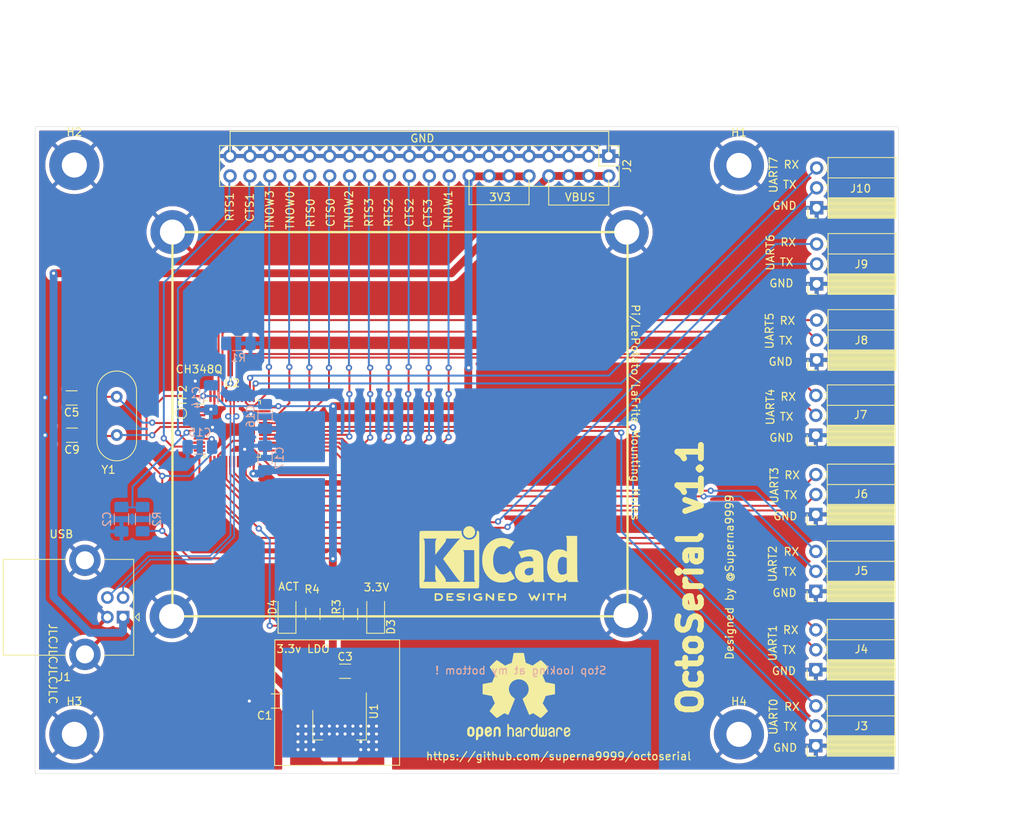
<source format=kicad_pcb>
(kicad_pcb (version 20211014) (generator pcbnew)
  (layers (0 "F.Cu" signal) (31 "B.Cu" signal) (34 "B.Paste" user) (35 "F.Paste" user) (36 "B.SilkS" user "B.Silkscreen") (37 "F.SilkS" user "F.Silkscreen") (38 "B.Mask" user) (39 "F.Mask" user) (44 "Edge.Cuts" user))
  (net 0 "")
  (net 1 "GND")
  (net 2 "VBUS")
  (net 3 "+3V3")
  (net 4 "Net-(C5-Pad1)")
  (net 5 "Net-(C9-Pad1)")
  (net 6 "/D-")
  (net 7 "/D+")
  (net 8 "/RX3")
  (net 9 "/TX3")
  (net 10 "/RX2")
  (net 11 "/TX2")
  (net 12 "/RX1")
  (net 13 "/TX1")
  (net 14 "/RX0")
  (net 15 "/TX0")
  (net 16 "/RESET")
  (net 17 "/RX4")
  (net 18 "/TX4")
  (net 19 "/RX5")
  (net 20 "/TX5")
  (net 21 "/RX6")
  (net 22 "/TX6")
  (net 23 "/RX7")
  (net 24 "/TX7")
  (net 25 "Net-(R1-Pad1)")
  (net 30 "Net-(D3-Pad2)")
  (net 31 "Net-(D4-Pad2)")
  (net 32 "/ACT")
  (net 33 "/TNOW3")
  (net 34 "/TNOW0")
  (net 35 "/RTS0")
  (net 36 "/CTS0")
  (net 37 "/TNOW2")
  (net 38 "/RTS3")
  (net 39 "/RTS2")
  (net 40 "/CTS3")
  (net 41 "/CTS2")
  (net 42 "/TNOW1")
  (net 43 "/RTS1")
  (net 44 "/CTS1")
  (net 45 "Net-(TP2-Pad1)")
  (footprint "Capacitor_SMD:C_1206_3216Metric_Pad1.33x1.80mm_HandSolder" (layer "F.Cu") (at 73.3 109.8 180)
    (fp_text reference "C1")
    (fp_text value "10uF")
  )
  (footprint "Capacitor_SMD:C_1206_3216Metric_Pad1.33x1.80mm_HandSolder" (layer "F.Cu") (at 82 106)
    (fp_text reference "C3")
    (fp_text value "10uF")
  )
  (footprint "Connector_PinSocket_2.54mm:PinSocket_1x03_P2.54mm_Horizontal" (layer "F.Cu") (at 142 86 180)
    (fp_text reference "J6")
    (fp_text value "Conn_01x03_Male")
  )
  (footprint "Package_TO_SOT_SMD:SOT-223-3_TabPin2" (layer "F.Cu") (at 81.3 112.85 -90)
    (fp_text reference "U1")
    (fp_text value "AMS1117-3.3")
  )
  (footprint "Crystal:Crystal_HC49-4H_Vertical" (layer "F.Cu") (at 52.9 71 -90)
    (fp_text reference "Y1")
    (fp_text value "8MHz")
  )
  (footprint "MountingHole:MountingHole_3.2mm_M3_Pad" (layer "F.Cu") (at 47.5 41.45)
    (fp_text reference "H2")
    (fp_text value "MountingHole_Pad")
  )
  (footprint "MountingHole:MountingHole_3.2mm_M3_Pad" (layer "F.Cu") (at 47.5 114.05)
    (fp_text reference "H3")
    (fp_text value "MountingHole_Pad")
  )
  (footprint "MountingHole:MountingHole_3.2mm_M3_Pad" (layer "F.Cu") (at 132.2 114.05)
    (fp_text reference "H4")
    (fp_text value "MountingHole_Pad")
  )
  (footprint "MountingHole:MountingHole_3.2mm_M3_Pad" (layer "F.Cu") (at 132.2 41.5)
    (fp_text reference "H1")
    (fp_text value "MountingHole_Pad")
  )
  (footprint "Connector_PinSocket_2.54mm:PinSocket_1x03_P2.54mm_Horizontal" (layer "F.Cu") (at 142 75.9 180)
    (fp_text reference "J7")
    (fp_text value "Conn_01x03_Male")
  )
  (footprint "Connector_PinSocket_2.54mm:PinSocket_1x03_P2.54mm_Horizontal" (layer "F.Cu") (at 142.1 66.3 180)
    (fp_text reference "J8")
    (fp_text value "Conn_01x03_Male")
  )
  (footprint "Connector_PinSocket_2.54mm:PinSocket_1x03_P2.54mm_Horizontal" (layer "F.Cu") (at 142.1 56.6 180)
    (fp_text reference "J9")
    (fp_text value "Conn_01x03_Male")
  )
  (footprint "Connector_PinSocket_2.54mm:PinSocket_1x03_P2.54mm_Horizontal" (layer "F.Cu") (at 142.1 46.9 180)
    (fp_text reference "J10")
    (fp_text value "Conn_01x03_Male")
  )
  (footprint "Package_QFP:LQFP-48_7x7mm_P0.5mm" (layer "F.Cu") (at 67.6 75.1)
    (fp_text reference "U2")
    (fp_text value "CH348Q")
  )
  (footprint "Connector_PinSocket_2.54mm:PinSocket_1x03_P2.54mm_Horizontal" (layer "F.Cu") (at 142 95.8 180)
    (fp_text reference "J5")
    (fp_text value "Conn_01x03_Male")
  )
  (footprint "Connector_PinSocket_2.54mm:PinSocket_1x03_P2.54mm_Horizontal" (layer "F.Cu") (at 142 115.5 180)
    (fp_text reference "J3")
    (fp_text value "Conn_01x03_Male")
  )
  (footprint "Connector_PinSocket_2.54mm:PinSocket_1x03_P2.54mm_Horizontal" (layer "F.Cu") (at 142 105.8 180)
    (fp_text reference "J4")
    (fp_text value "Conn_01x03_Male")
  )
  (footprint "Capacitor_SMD:C_1206_3216Metric_Pad1.33x1.80mm_HandSolder" (layer "F.Cu") (at 47.2 75.9 180)
    (fp_text reference "C9")
    (fp_text value "22pF")
  )
  (footprint "Capacitor_SMD:C_1206_3216Metric_Pad1.33x1.80mm_HandSolder" (layer "F.Cu") (at 47.15 71.15 180)
    (fp_text reference "C5")
    (fp_text value "22pF")
  )
  (footprint "MountingHole:MountingHole_3.2mm_M3_DIN965_Pad" (layer "F.Cu") (at 60 50)
    (fp_text reference "REF**" hide)
    (fp_text value "MountingHole_3.2mm_M3_DIN965_Pad")
  )
  (footprint "MountingHole:MountingHole_3.2mm_M3_DIN965_Pad" (layer "F.Cu") (at 117.9 50)
    (fp_text reference "REF**" hide)
    (fp_text value "MountingHole_3.2mm_M3_DIN965_Pad")
  )
  (footprint "MountingHole:MountingHole_3.2mm_M3_DIN965_Pad" (layer "F.Cu") (at 117.8 98.9)
    (fp_text reference "REF**" hide)
    (fp_text value "MountingHole_3.2mm_M3_DIN965_Pad")
  )
  (footprint "MountingHole:MountingHole_3.2mm_M3_DIN965_Pad" (layer "F.Cu") (at 59.9 99)
    (fp_text reference "REF**" hide)
    (fp_text value "MountingHole_3.2mm_M3_DIN965_Pad")
  )
  (footprint "LED_SMD:LED_1206_3216Metric_Pad1.42x1.75mm_HandSolder" (layer "F.Cu") (at 85.9 98.7 90)
    (fp_text reference "D3")
    (fp_text value "LED")
  )
  (footprint "LED_SMD:LED_1206_3216Metric_Pad1.42x1.75mm_HandSolder" (layer "F.Cu") (at 74.6 98.7 90)
    (fp_text reference "D4")
    (fp_text value "LED")
  )
  (footprint "Resistor_SMD:R_1206_3216Metric_Pad1.30x1.75mm_HandSolder" (layer "F.Cu") (at 82.7 98.7 90)
    (fp_text reference "R3")
    (fp_text value "2K")
  )
  (footprint "Resistor_SMD:R_1206_3216Metric_Pad1.30x1.75mm_HandSolder" (layer "F.Cu") (at 77.9 98.6875 90)
    (fp_text reference "R4")
    (fp_text value "2K")
  )
  (footprint "TestPoint:TestPoint_Pad_D1.0mm" (layer "F.Cu") (at 61.1 73.1)
    (fp_text reference "TP2")
    (fp_text value "TestPoint")
  )
  (footprint "Symbol:KiCad-Logo2_8mm_SilkScreen" (layer "F.Cu") (at 101.6 91.44)
    (fp_text reference "REF**" hide)
    (fp_text value "KiCad-Logo2_8mm_SilkScreen" hide)
  )
  (footprint "Connector_USB:USB_B_Lumberg_2411_02_Horizontal" (layer "F.Cu") (at 53.7075 99.1 180)
    (fp_text reference "J1")
    (fp_text value "USB_OTG")
  )
  (footprint "Connector_PinHeader_2.54mm:PinHeader_2x20_P2.54mm_Vertical" (layer "F.Cu") (at 115.6 40.3 -90)
    (fp_text reference "J2")
    (fp_text value "Conn_02x20_Odd_Even")
  )
  (footprint "Symbol:OSHW-Logo2_14.6x12mm_SilkScreen" (layer "F.Cu") (at 104.14 109.22)
    (fp_text reference "REF**" hide)
    (fp_text value "OSHW-Logo2_14.6x12mm_SilkScreen" hide)
  )
  (footprint "Capacitor_SMD:C_1206_3216Metric_Pad1.33x1.80mm_HandSolder" (layer "B.Cu") (at 63.5 77.4 180)
    (fp_text reference "C15")
    (fp_text value "100nF")
  )
  (footprint "Capacitor_SMD:C_1206_3216Metric_Pad1.33x1.80mm_HandSolder" (layer "B.Cu") (at 71.8 73.5 -90)
    (fp_text reference "C16")
    (fp_text value "100nF")
  )
  (footprint "Capacitor_SMD:C_1206_3216Metric_Pad1.33x1.80mm_HandSolder" (layer "B.Cu") (at 53.5 86.6125 -90)
    (fp_text reference "C2")
    (fp_text value "0.1uF")
  )
  (footprint "Resistor_SMD:R_1206_3216Metric_Pad1.30x1.75mm_HandSolder" (layer "B.Cu") (at 68.4 64.2)
    (fp_text reference "R1")
    (fp_text value "4.7K")
  )
  (footprint "Resistor_SMD:R_1206_3216Metric_Pad1.30x1.75mm_HandSolder" (layer "B.Cu") (at 56.2 86.6 90)
    (fp_text reference "R2")
    (fp_text value "4.7K")
  )
  (footprint "Capacitor_SMD:C_1206_3216Metric_Pad1.33x1.80mm_HandSolder" (layer "B.Cu") (at 71.8 78.8 90)
    (fp_text reference "C17")
    (fp_text value "100nF")
  )
  (footprint "Capacitor_SMD:C_1206_3216Metric_Pad1.33x1.80mm_HandSolder" (layer "B.Cu") (at 64.9 71.1 -90)
    (fp_text reference "C14")
    (fp_text value "100nF")
  )
  (gr_line (start 73.02 118.02) (end 88.95 117.99) (layer "F.SilkS") (width 0.12))
  (gr_line (start 118 99) (end 60 99) (layer "F.SilkS") (width 0.3))
  (gr_line (start 60 50) (end 118 50) (layer "F.SilkS") (width 0.3))
  (gr_line (start 60 50) (end 60 99) (layer "F.SilkS") (width 0.3))
  (gr_line (start 73.05 102) (end 73.02 118.02) (layer "F.SilkS") (width 0.12))
  (gr_line (start 107.95 42.85) (end 107.95 46.55) (layer "F.SilkS") (width 0.12))
  (gr_line (start 88.95 102) (end 73.05 102) (layer "F.SilkS") (width 0.12))
  (gr_line (start 115.6 40.3) (end 115.6 37.15) (layer "F.SilkS") (width 0.12))
  (gr_line (start 97.8 42.8) (end 97.8 46.5) (layer "F.SilkS") (width 0.12))
  (gr_line (start 115.6 37.15) (end 67.35 37.15) (layer "F.SilkS") (width 0.12))
  (gr_line (start 115.6 42.85) (end 115.6 46.55) (layer "F.SilkS") (width 0.12))
  (gr_line (start 105.45 42.85) (end 105.45 46.5) (layer "F.SilkS") (width 0.12))
  (gr_line (start 105.45 46.5) (end 97.8 46.5) (layer "F.SilkS") (width 0.12))
  (gr_line (start 88.95 117.99) (end 88.95 102) (layer "F.SilkS") (width 0.12))
  (gr_line (start 115.6 46.55) (end 107.95 46.55) (layer "F.SilkS") (width 0.12))
  (gr_line (start 67.35 40.3) (end 67.35 37.15) (layer "F.SilkS") (width 0.12))
  (gr_line (start 118 99) (end 118 50) (layer "F.SilkS") (width 0.3))
  (gr_line (start 42.5 36.55) (end 152.5 36.55) (layer "Edge.Cuts") (width 0.05))
  (gr_line (start 42.5 119.05) (end 42.5 36.55) (layer "Edge.Cuts") (width 0.05))
  (gr_line (start 152.5 119.05) (end 42.5 119.05) (layer "Edge.Cuts") (width 0.05))
  (gr_line (start 152.5 36.55) (end 152.5 119.05) (layer "Edge.Cuts") (width 0.05))
  (gr_text "Stop looking at my bottom !" (at 104.4 105.9) (layer "B.SilkS") (effects (font (size 1 1)) (justify mirror)))
  (gr_text "JLCJLCJLCJLC" (at 44.75 105.05 270) (layer "F.SilkS") (effects (font (size 1 1))))
  (gr_text "UART2" (at 136.5 92.3 90) (layer "F.SilkS") (effects (font (size 1 1))))
  (gr_text "GND" (at 138.01 96) (layer "F.SilkS") (effects (font (size 1 1))))
  (gr_text "TX" (at 138.67 93.31) (layer "F.SilkS") (effects (font (size 1 1))))
  (gr_text "RX" (at 138.88 90.77) (layer "F.SilkS") (effects (font (size 1 1))))
  (gr_text "UART0" (at 136.6 111.8 90) (layer "F.SilkS") (effects (font (size 1 1))))
  (gr_text "GND" (at 138.08 115.76) (layer "F.SilkS") (effects (font (size 1 1))))
  (gr_text "TX" (at 138.74 113.07) (layer "F.SilkS") (effects (font (size 1 1))))
  (gr_text "RX" (at 138.95 110.53) (layer "F.SilkS") (effects (font (size 1 1))))
  (gr_text "UART1" (at 136.5 102.4 90) (layer "F.SilkS") (effects (font (size 1 1))))
  (gr_text "GND" (at 137.93 105.97) (layer "F.SilkS") (effects (font (size 1 1))))
  (gr_text "TX" (at 138.59 103.28) (layer "F.SilkS") (effects (font (size 1 1))))
  (gr_text "RX" (at 138.8 100.74) (layer "F.SilkS") (effects (font (size 1 1))))
  (gr_text "GND" (at 137.61 76.23) (layer "F.SilkS") (effects (font (size 1 1))))
  (gr_text "TX" (at 138.27 73.54) (layer "F.SilkS") (effects (font (size 1 1))))
  (gr_text "RX" (at 138.48 71) (layer "F.SilkS") (effects (font (size 1 1))))
  (gr_text "UART4" (at 136.2 72.3 90) (layer "F.SilkS") (effects (font (size 1 1))))
  (gr_text "TX" (at 138.17 63.84) (layer "F.SilkS") (effects (font (size 1 1))))
  (gr_text "RX" (at 138.38 61.3) (layer "F.SilkS") (effects (font (size 1 1))))
  (gr_text "UART5" (at 136.1 62.6 90) (layer "F.SilkS") (effects (font (size 1 1))))
  (gr_text "GND" (at 137.51 66.53) (layer "F.SilkS") (effects (font (size 1 1))))
  (gr_text "GND" (at 137.61 56.53) (layer "F.SilkS") (effects (font (size 1 1))))
  (gr_text "RX" (at 138.48 51.3) (layer "F.SilkS") (effects (font (size 1 1))))
  (gr_text "UART6" (at 136.2 52.6 90) (layer "F.SilkS") (effects (font (size 1 1))))
  (gr_text "TX" (at 138.27 53.84) (layer "F.SilkS") (effects (font (size 1 1))))
  (gr_text "GND" (at 138.01 46.63) (layer "F.SilkS") (effects (font (size 1 1))))
  (gr_text "UART7" (at 136.6 42.7 90) (layer "F.SilkS") (effects (font (size 1 1))))
  (gr_text "RX" (at 138.88 41.4) (layer "F.SilkS") (effects (font (size 1 1))))
  (gr_text "TX" (at 138.67 43.94) (layer "F.SilkS") (effects (font (size 1 1))))
  (gr_text "RTS3" (at 85.05 47.5 90) (layer "F.SilkS") (effects (font (size 1 1))))
  (gr_text "UART3" (at 136.7 82.3 90) (layer "F.SilkS") (effects (font (size 1 1))))
  (gr_text "3V3" (at 101.75 45.55) (layer "F.SilkS") (effects (font (size 1 1))))
  (gr_text "Designed by @Superna9999" (at 131 94 90) (layer "F.SilkS") (effects (font (size 1 1))))
  (gr_text "ACT" (at 74.8 95.2) (layer "F.SilkS") (effects (font (size 1 1))))
  (gr_text "RTS1\n" (at 67.3 46.8 90) (layer "F.SilkS") (effects (font (size 1 1))))
  (gr_text "3.3V" (at 86 95.3) (layer "F.SilkS") (effects (font (size 1 1))))
  (gr_text "RTS2" (at 87.55 47.5 90) (layer "F.SilkS") (effects (font (size 1 1))))
  (gr_text "CH348Q" (at 63.4 67.5) (layer "F.SilkS") (effects (font (size 1 1))))
  (gr_text "RX" (at 138.98 81) (layer "F.SilkS") (effects (font (size 1 1))))
  (gr_text "RTS0" (at 77.6 47.55 90) (layer "F.SilkS") (effects (font (size 1 1))))
  (gr_text "CTS3\n" (at 92.55 47.6 90) (layer "F.SilkS") (effects (font (size 1 1))))
  (gr_text "TNOW3" (at 72.4 47.15 90) (layer "F.SilkS") (effects (font (size 1 1))))
  (gr_text "TX" (at 138.77 83.54) (layer "F.SilkS") (effects (font (size 1 1))))
  (gr_text "VBUS" (at 111.95 45.55) (layer "F.SilkS") (effects (font (size 1 1))))
  (gr_text "GND" (at 91.85 38.05) (layer "F.SilkS") (effects (font (size 1 1))))
  (gr_text "Pi/LePotato/LaFrite Mounting Holes" (at 119 73 270) (layer "F.SilkS") (effects (font (size 1 1))))
  (gr_text "TNOW2" (at 82.5 47.15 90) (layer "F.SilkS") (effects (font (size 1 1))))
  (gr_text "CTS2" (at 90.2 47.5 90) (layer "F.SilkS") (effects (font (size 1 1))))
  (gr_text "CTS0\n" (at 80.15 47.5 90) (layer "F.SilkS") (effects (font (size 1 1))))
  (gr_text "CTS1\n" (at 69.85 46.85 90) (layer "F.SilkS") (effects (font (size 1 1))))
  (gr_text "TNOW1" (at 95.15 47.15 90) (layer "F.SilkS") (effects (font (size 1 1))))
  (gr_text "USB" (at 45.84 88.52) (layer "F.SilkS") (effects (font (size 1 1))))
  (gr_text "OctoSerial v1.1" (at 126 94 90) (layer "F.SilkS") (effects (font (size 3 3) (thickness 0.75))))
  (gr_text "3.3v LDO" (at 76.64 103.16) (layer "F.SilkS") (effects (font (size 1 1))))
  (gr_text "GND" (at 138.11 86.23) (layer "F.SilkS") (effects (font (size 1 1))))
  (gr_text "https://github.com/superna9999/octoserial" (at 109.22 116.84) (layer "F.SilkS") (effects (font (size 1 1))))
  (gr_text "TNOW0" (at 75 47.2 90) (layer "F.SilkS") (effects (font (size 1 1))))
  (segment (start 45.75 71.15) (end 43.8 71.15) (width 0.25) (layer "F.Cu") (net 1))
  (segment (start 45.8 75.9) (end 43.75 75.9) (width 0.25) (layer "F.Cu") (net 1))
  (segment (start 43.8 71.15) (end 43.75 71.1) (width 0.25) (layer "F.Cu") (net 1))
  (segment (start 65.35 72.1375) (end 64.9 72.5875) (width 0.25) (layer "F.Cu") (net 1))
  (segment (start 69.85 78.35) (end 69.2 77.7) (width 0.25) (layer "F.Cu") (net 1))
  (segment (start 63.4375 75.85) (end 64.240702 75.85) (width 0.25) (layer "F.Cu") (net 1))
  (segment (start 71.9 109.8) (end 69.8 109.8) (width 0.25) (layer "F.Cu") (net 1))
  (segment (start 65.1 74.990702) (end 65.1 74.9) (width 0.25) (layer "F.Cu") (net 1))
  (segment (start 65.35 70.9375) (end 65.35 72.1375) (width 0.25) (layer "F.Cu") (net 1))
  (segment (start 69.85 79.2625) (end 69.85 78.459298) (width 0.25) (layer "F.Cu") (net 1))
  (segment (start 71.7625 72.85) (end 70.35 72.85) (width 0.25) (layer "F.Cu") (net 1))
  (segment (start 65.35 70.9375) (end 65.35 70.134298) (width 0.25) (layer "F.Cu") (net 1))
  (segment (start 64.215702 69) (end 62.9 69) (width 0.25) (layer "F.Cu") (net 1))
  (segment (start 64.240702 75.85) (end 65.1 74.990702) (width 0.25) (layer "F.Cu") (net 1))
  (segment (start 70.35 72.85) (end 70 73.2) (width 0.25) (layer "F.Cu") (net 1))
  (segment (start 65.35 70.134298) (end 64.215702 69) (width 0.25) (layer "F.Cu") (net 1))
  (segment (start 83.6 106.1125) (end 83.4875 106) (width 0.25) (layer "F.Cu") (net 1))
  (segment (start 69.85 79.2625) (end 69.85 78.35) (width 0.25) (layer "F.Cu") (net 1))
  (via (at 43.75 71.1) (size 0.8) (drill 0.4) (layers "F.Cu" "B.Cu") (net 1))
  (via (at 43.75 75.9) (size 0.8) (drill 0.4) (layers "F.Cu" "B.Cu") (net 1))
  (via (at 69.8 109.8) (size 0.8) (drill 0.4) (layers "F.Cu" "B.Cu") (net 1))
  (via (at 69.2 77.7) (size 0.8) (drill 0.4) (layers "F.Cu" "B.Cu") (net 1))
  (via (at 62.9 69) (size 0.8) (drill 0.4) (layers "F.Cu" "B.Cu") (net 1))
  (via (at 70 73.2) (size 0.8) (drill 0.4) (layers "F.Cu" "B.Cu") (net 1))
  (via (at 64.9 72.5875) (size 0.8) (drill 0.4) (layers "F.Cu" "B.Cu") (net 1))
  (via (at 65.1 74.9) (size 0.8) (drill 0.4) (layers "F.Cu" "B.Cu") (net 1))
  (segment (start 78.9 109.8) (end 79 109.7) (width 1) (layer "F.Cu") (net 2))
  (segment (start 60.6575 106.05) (end 72.4 106.05) (width 1) (layer "F.Cu") (net 2))
  (segment (start 74.8625 108.5125) (end 74.8625 109.8) (width 1) (layer "F.Cu") (net 2))
  (segment (start 74.8625 109.8) (end 78.9 109.8) (width 1) (layer "F.Cu") (net 2))
  (segment (start 72.4 106.05) (end 74.8625 108.5125) (width 1) (layer "F.Cu") (net 2))
  (segment (start 44.85 55.25) (end 95.57 55.25) (width 1) (layer "F.Cu") (net 2))
  (segment (start 95.57 55.25) (end 107.98 42.84) (width 1) (layer "F.Cu") (net 2))
  (segment (start 107.98 42.84) (end 115.6 42.84) (width 1) (layer "F.Cu") (net 2))
  (segment (start 53.7075 99.1) (end 60.6575 106.05) (width 1) (layer "F.Cu") (net 2))
  (via (at 44.85 55.25) (size 0.8) (drill 0.4) (layers "F.Cu" "B.Cu") (net 2))
  (segment (start 53.5075 101.1) (end 49.45 101.1) (width 1) (layer "B.Cu") (net 2))
  (segment (start 44.85 96.5) (end 44.85 55.25) (width 1) (layer "B.Cu") (net 2))
  (segment (start 53.7075 99.1) (end 53.7075 100.9) (width 1) (layer "B.Cu") (net 2))
  (segment (start 53.7075 100.9) (end 53.5075 101.1) (width 1) (layer "B.Cu") (net 2))
  (segment (start 49.45 101.1) (end 44.85 96.5) (width 1) (layer "B.Cu") (net 2))
  (segment (start 71.7625 72.35) (end 73.35 72.35) (width 0.25) (layer "F.Cu") (net 3))
  (segment (start 80.4375 91.6625) (end 80.4375 106) (width 1) (layer "F.Cu") (net 3))
  (segment (start 96.15 72.2) (end 80.5 72.2) (width 1) (layer "F.Cu") (net 3))
  (segment (start 63.9 70.9) (end 59 70.9) (width 0.25) (layer "F.Cu") (net 3))
  (segment (start 62.2 91.6) (end 58.7 88.1) (width 0.25) (layer "F.Cu") (net 3))
  (segment (start 63.4375 76.35) (end 64.95 76.35) (width 0.25) (layer "F.Cu") (net 3))
  (segment (start 56.7 79.1) (end 58.7 81.1) (width 0.25) (layer "F.Cu") (net 3))
  (segment (start 59 70.9) (end 56.7 73.2) (width 0.25) (layer "F.Cu") (net 3))
  (segment (start 80.4 91.6) (end 62.2 91.6) (width 0.25) (layer "F.Cu") (net 3))
  (segment (start 97.73 42.89) (end 105.35 42.89) (width 1) (layer "F.Cu") (net 3))
  (segment (start 97.7 70.65) (end 97.7 67.35) (width 1) (layer "F.Cu") (net 3))
  (segment (start 58.7 88.1) (end 58.7 81.1) (width 0.25) (layer "F.Cu") (net 3))
  (segment (start 64.85 70.9375) (end 63.9375 70.9375) (width 0.25) (layer "F.Cu") (net 3))
  (segment (start 77.9 100.2375) (end 82.6875 100.2375) (width 1) (layer "F.Cu") (net 3))
  (segment (start 97.7 70.65) (end 96.15 72.2) (width 1) (layer "F.Cu") (net 3))
  (segment (start 64.95 76.35) (end 65 76.4) (width 0.25) (layer "F.Cu") (net 3))
  (segment (start 70.3 80.8) (end 70.35 80.75) (width 0.25) (layer "F.Cu") (net 3))
  (segment (start 81.3 109.7) (end 81.3 106.8625) (width 1) (layer "F.Cu") (net 3))
  (segment (start 80.45 91.65) (end 80.4 91.6) (width 0.25) (layer "F.Cu") (net 3))
  (segment (start 63.9375 70.9375) (end 63.9 70.9) (width 0.25) (layer "F.Cu") (net 3))
  (segment (start 81.3 106.8625) (end 80.4375 106) (width 1) (layer "F.Cu") (net 3))
  (segment (start 97.7 67.35) (end 97.75 67.3) (width 1) (layer "F.Cu") (net 3))
  (segment (start 70.35 80.75) (end 70.35 79.2625) (width 0.25) (layer "F.Cu") (net 3))
  (segment (start 56.7 73.2) (end 56.7 79.1) (width 0.25) (layer "F.Cu") (net 3))
  (segment (start 80.45 91.65) (end 80.4375 91.6625) (width 1) (layer "F.Cu") (net 3))
  (segment (start 82.6875 100.2375) (end 82.7 100.25) (width 1) (layer "F.Cu") (net 3))
  (segment (start 81.3 109.7) (end 81.3 116) (width 1) (layer "F.Cu") (net 3))
  (segment (start 73.35 72.35) (end 73.5 72.2) (width 0.25) (layer "F.Cu") (net 3))
  (via (at 86 116) (size 0.8) (drill 0.4) (layers "F.Cu" "B.Cu") (net 3))
  (via (at 80.5 72.2) (size 0.8) (drill 0.4) (layers "F.Cu" "B.Cu") (net 3))
  (via (at 83 113) (size 0.8) (drill 0.4) (layers "F.Cu" "B.Cu") (net 3))
  (via (at 77 115) (size 0.8) (drill 0.4) (layers "F.Cu" "B.Cu") (net 3))
  (via (at 76 115) (size 0.8) (drill 0.4) (layers "F.Cu" "B.Cu") (net 3))
  (via (at 78 115) (size 0.8) (drill 0.4) (layers "F.Cu" "B.Cu") (net 3))
  (via (at 86 113) (size 0.8) (drill 0.4) (layers "F.Cu" "B.Cu") (net 3))
  (via (at 83 114) (size 0.8) (drill 0.4) (layers "F.Cu" "B.Cu") (net 3))
  (via (at 76 116) (size 0.8) (drill 0.4) (layers "F.Cu" "B.Cu") (net 3))
  (via (at 86 114) (size 0.8) (drill 0.4) (layers "F.Cu" "B.Cu") (net 3))
  (via (at 84 113) (size 0.8) (drill 0.4) (layers "F.Cu" "B.Cu") (net 3))
  (via (at 70.3 80.8) (size 0.8) (drill 0.4) (layers "F.Cu" "B.Cu") (net 3))
  (via (at 58.7 81.1) (size 0.8) (drill 0.4) (layers "F.Cu" "B.Cu") (net 3))
  (via (at 73.5 72.2) (size 0.8) (drill 0.4) (layers "F.Cu" "B.Cu") (net 3))
  (via (at 82 113) (size 0.8) (drill 0.4) (layers "F.Cu" "B.Cu") (net 3))
  (via (at 80 114) (size 0.8) (drill 0.4) (layers "F.Cu" "B.Cu") (net 3))
  (via (at 77 116) (size 0.8) (drill 0.4) (layers "F.Cu" "B.Cu") (net 3))
  (via (at 79 113) (size 0.8) (drill 0.4) (layers "F.Cu" "B.Cu") (net 3))
  (via (at 76 113) (size 0.8) (drill 0.4) (layers "F.Cu" "B.Cu") (net 3))
  (via (at 97.75 67.3) (size 0.8) (drill 0.4) (layers "F.Cu" "B.Cu") (net 3))
  (via (at 86 115) (size 0.8) (drill 0.4) (layers "F.Cu" "B.Cu") (net 3))
  (via (at 81 114) (size 0.8) (drill 0.4) (layers "F.Cu" "B.Cu") (net 3))
  (via (at 65 76.4) (size 0.8) (drill 0.4) (layers "F.Cu" "B.Cu") (net 3))
  (via (at 78 116) (size 0.8) (drill 0.4) (layers "F.Cu" "B.Cu") (net 3))
  (via (at 85 114) (size 0.8) (drill 0.4) (layers "F.Cu" "B.Cu") (net 3))
  (via (at 58.7 88.1) (size 0.8) (drill 0.4) (layers "F.Cu" "B.Cu") (net 3))
  (via (at 85 116) (size 0.8) (drill 0.4) (layers "F.Cu" "B.Cu") (net 3))
  (via (at 78 113) (size 0.8) (drill 0.4) (layers "F.Cu" "B.Cu") (net 3))
  (via (at 85 113) (size 0.8) (drill 0.4) (layers "F.Cu" "B.Cu") (net 3))
  (via (at 84 116) (size 0.8) (drill 0.4) (layers "F.Cu" "B.Cu") (net 3))
  (via (at 80.45 91.65) (size 0.8) (drill 0.4) (layers "F.Cu" "B.Cu") (net 3))
  (via (at 78 114) (size 0.8) (drill 0.4) (layers "F.Cu" "B.Cu") (net 3))
  (via (at 63.9 70.9) (size 0.8) (drill 0.4) (layers "F.Cu" "B.Cu") (net 3))
  (via (at 84 115) (size 0.8) (drill 0.4) (layers "F.Cu" "B.Cu") (net 3))
  (via (at 79 114) (size 0.8) (drill 0.4) (layers "F.Cu" "B.Cu") (net 3))
  (via (at 82 114) (size 0.8) (drill 0.4) (layers "F.Cu" "B.Cu") (net 3))
  (via (at 76 114) (size 0.8) (drill 0.4) (layers "F.Cu" "B.Cu") (net 3))
  (via (at 80 113) (size 0.8) (drill 0.4) (layers "F.Cu" "B.Cu") (net 3))
  (via (at 77 114) (size 0.8) (drill 0.4) (layers "F.Cu" "B.Cu") (net 3))
  (via (at 84 114) (size 0.8) (drill 0.4) (layers "F.Cu" "B.Cu") (net 3))
  (via (at 81 113) (size 0.8) (drill 0.4) (layers "F.Cu" "B.Cu") (net 3))
  (via (at 77 113) (size 0.8) (drill 0.4) (layers "F.Cu" "B.Cu") (net 3))
  (via (at 85 115) (size 0.8) (drill 0.4) (layers "F.Cu" "B.Cu") (net 3))
  (segment (start 66.775 72.2) (end 65.475 70.9) (width 0.25) (layer "B.Cu") (net 3))
  (segment (start 65 76.4) (end 65 77.3875) (width 0.25) (layer "B.Cu") (net 3))
  (segment (start 63.9 70.6125) (end 64.9 69.6125) (width 0.25) (layer "B.Cu") (net 3))
  (segment (start 97.73 67.28) (end 97.73 42.89) (width 1) (layer "B.Cu") (net 3))
  (segment (start 80.45 80.55) (end 80.45 72.25) (width 1) (layer "B.Cu") (net 3))
  (segment (start 62.1625 81.1) (end 64.9875 78.275) (width 0.25) (layer "B.Cu") (net 3))
  (segment (start 64.9875 78.275) (end 64.9875 77.4) (width 0.25) (layer "B.Cu") (net 3))
  (segment (start 71.8 80.3625) (end 80.2625 80.3625) (width 1) (layer "B.Cu") (net 3))
  (segment (start 80.45 72.25) (end 80.5 72.2) (width 0.25) (layer "B.Cu") (net 3))
  (segment (start 97.75 67.3) (end 97.73 67.28) (width 1) (layer "B.Cu") (net 3))
  (segment (start 64.465685 70.9) (end 63.9 70.9) (width 0.25) (layer "B.Cu") (net 3))
  (segment (start 65.475 70.9) (end 64.465685 70.9) (width 0.25) (layer "B.Cu") (net 3))
  (segment (start 65 77.3875) (end 64.9875 77.4) (width 0.25) (layer "B.Cu") (net 3))
  (segment (start 80.5 72.2) (end 66.775 72.2) (width 0.25) (layer "B.Cu") (net 3))
  (segment (start 80.45 91.65) (end 80.45 80.55) (width 1) (layer "B.Cu") (net 3))
  (segment (start 70.3 80.8) (end 71.3625 80.8) (width 1) (layer "B.Cu") (net 3))
  (segment (start 58.7 81.1) (end 62.1625 81.1) (width 0.25) (layer "B.Cu") (net 3))
  (segment (start 73.5 72.2) (end 72.0125 72.2) (width 0.25) (layer "B.Cu") (net 3))
  (segment (start 71.3625 80.8) (end 71.8 80.3625) (width 0.25) (layer "B.Cu") (net 3))
  (segment (start 80.2625 80.3625) (end 80.45 80.55) (width 1) (layer "B.Cu") (net 3))
  (segment (start 63.9 70.9) (end 63.9 70.6125) (width 0.25) (layer "B.Cu") (net 3))
  (segment (start 58.7 88.1) (end 56.2125 88.1) (width 0.25) (layer "B.Cu") (net 3))
  (segment (start 52.9 71) (end 48.7 71) (width 0.25) (layer "F.Cu") (net 4))
  (segment (start 57.4745 74.35) (end 63.4375 74.35) (width 0.25) (layer "F.Cu") (net 4))
  (segment (start 57.4245 74.3) (end 57.4745 74.35) (width 0.25) (layer "F.Cu") (net 4))
  (via (at 57.4245 74.3) (size 0.8) (drill 0.4) (layers "F.Cu" "B.Cu") (net 4))
  (segment (start 57.4245 74.3) (end 56.2 74.3) (width 0.25) (layer "B.Cu") (net 4))
  (segment (start 56.2 74.3) (end 52.9 71) (width 0.25) (layer "B.Cu") (net 4))
  (segment (start 52.9 76) (end 48.7 76) (width 0.25) (layer "F.Cu") (net 5))
  (segment (start 58.4745 74.85) (end 63.4375 74.85) (width 0.25) (layer "F.Cu") (net 5))
  (segment (start 57.4245 75.9) (end 58.4745 74.85) (width 0.25) (layer "F.Cu") (net 5))
  (via (at 57.4245 75.9) (size 0.8) (drill 0.4) (layers "F.Cu" "B.Cu") (net 5))
  (segment (start 57.4045 75.88) (end 52.9 75.88) (width 0.25) (layer "B.Cu") (net 5))
  (segment (start 57.4245 75.9) (end 57.4045 75.88) (width 0.25) (layer "B.Cu") (net 5))
  (segment (start 68.15 73.5) (end 67.85 73.2) (width 0.2) (layer "F.Cu") (net 6))
  (segment (start 67.85 73.2) (end 67.85 70.9875) (width 0.2) (layer "F.Cu") (net 6))
  (segment (start 67.85 70.9875) (end 67.85 70.9375) (width 0.2) (layer "F.Cu") (net 6))
  (via (at 68.15 73.5) (size 0.8) (drill 0.4) (layers "F.Cu" "B.Cu") (net 6))
  (segment (start 53.7075 96.6) (end 53.7075 95.236397) (width 0.2) (layer "B.Cu") (net 6))
  (segment (start 57.178897 91.765) (end 64.9532 91.765) (width 0.2) (layer "B.Cu") (net 6))
  (segment (start 67.85 88.8682) (end 67.85 73.8) (width 0.2) (layer "B.Cu") (net 6))
  (segment (start 53.7075 95.236397) (end 57.178897 91.765) (width 0.2) (layer "B.Cu") (net 6))
  (segment (start 64.9532 91.765) (end 67.85 88.8682) (width 0.2) (layer "B.Cu") (net 6))
  (segment (start 67.85 73.8) (end 68.15 73.5) (width 0.2) (layer "B.Cu") (net 6))
  (segment (start 67.1 73.5) (end 67.4 73.2) (width 0.2) (layer "F.Cu") (net 7))
  (segment (start 67.4 70.9875) (end 67.35 70.9375) (width 0.2) (layer "F.Cu") (net 7))
  (segment (start 67.4 73.2) (end 67.4 70.9875) (width 0.2) (layer "F.Cu") (net 7))
  (via (at 67.1 73.5) (size 0.8) (drill 0.4) (layers "F.Cu" "B.Cu") (net 7))
  (segment (start 56.9925 91.315) (end 64.7668 91.315) (width 0.2) (layer "B.Cu") (net 7))
  (segment (start 64.7668 91.315) (end 67.4 88.6818) (width 0.2) (layer "B.Cu") (net 7))
  (segment (start 67.4 88.6818) (end 67.4 73.8) (width 0.2) (layer "B.Cu") (net 7))
  (segment (start 51.7075 96.6) (end 56.9925 91.315) (width 0.2) (layer "B.Cu") (net 7))
  (segment (start 67.4 73.8) (end 67.1 73.5) (width 0.2) (layer "B.Cu") (net 7))
  (segment (start 138.02 84.9) (end 142 80.92) (width 0.25) (layer "F.Cu") (net 8))
  (segment (start 72.054178 84.9) (end 75.1 84.9) (width 0.25) (layer "F.Cu") (net 8))
  (segment (start 67.85 79.2625) (end 67.85 80.695822) (width 0.25) (layer "F.Cu") (net 8))
  (segment (start 67.85 80.695822) (end 72.054178 84.9) (width 0.25) (layer "F.Cu") (net 8))
  (segment (start 75.1 84.9) (end 138.02 84.9) (width 0.25) (layer "F.Cu") (net 8))
  (segment (start 67.35 80.832232) (end 72.017768 85.5) (width 0.25) (layer "F.Cu") (net 9))
  (segment (start 67.35 79.2625) (end 67.35 80.832232) (width 0.25) (layer "F.Cu") (net 9))
  (segment (start 72.017768 85.5) (end 139.96 85.5) (width 0.25) (layer "F.Cu") (net 9))
  (segment (start 139.96 85.5) (end 142 83.46) (width 0.25) (layer "F.Cu") (net 9))
  (segment (start 69.35 79.2625) (end 69.35 80.923002) (width 0.25) (layer "F.Cu") (net 10))
  (segment (start 75.125 82.975) (end 128.6 82.975) (width 0.25) (layer "F.Cu") (net 10))
  (segment (start 75.1 83) (end 75.125 82.975) (width 0.25) (layer "F.Cu") (net 10))
  (segment (start 69.35 80.923002) (end 71.426998 83) (width 0.25) (layer "F.Cu") (net 10))
  (segment (start 71.426998 83) (end 75.1 83) (width 0.25) (layer "F.Cu") (net 10))
  (via (at 128.6 82.975) (size 0.8) (drill 0.4) (layers "F.Cu" "B.Cu") (net 10))
  (segment (start 128.6 82.975) (end 134.255 82.975) (width 0.25) (layer "B.Cu") (net 10))
  (segment (start 134.255 82.975) (end 142 90.72) (width 0.25) (layer "B.Cu") (net 10))
  (segment (start 68.85 79.2625) (end 68.85 81.059412) (width 0.25) (layer "F.Cu") (net 11))
  (segment (start 68.85 81.059412) (end 71.490588 83.7) (width 0.25) (layer "F.Cu") (net 11))
  (segment (start 74.7 83.7) (end 127.7 83.7) (width 0.25) (layer "F.Cu") (net 11))
  (segment (start 71.490588 83.7) (end 74.7 83.7) (width 0.25) (layer "F.Cu") (net 11))
  (via (at 127.7 83.7) (size 0.8) (drill 0.4) (layers "F.Cu" "B.Cu") (net 11))
  (segment (start 127.7 83.7) (end 132.44 83.7) (width 0.25) (layer "B.Cu") (net 11))
  (segment (start 132.44 83.7) (end 142 93.26) (width 0.25) (layer "B.Cu") (net 11))
  (segment (start 130.28 89) (end 142 100.72) (width 0.25) (layer "F.Cu") (net 12))
  (segment (start 64.85 82.95) (end 70.9 89) (width 0.25) (layer "F.Cu") (net 12))
  (segment (start 64.85 79.2625) (end 64.85 82.95) (width 0.25) (layer "F.Cu") (net 12))
  (segment (start 70.9 89) (end 130.28 89) (width 0.25) (layer "F.Cu") (net 12))
  (segment (start 70.96359 89.7) (end 128.44 89.7) (width 0.25) (layer "F.Cu") (net 13))
  (segment (start 128.44 89.7) (end 142 103.26) (width 0.25) (layer "F.Cu") (net 13))
  (segment (start 63.4375 77.85) (end 63.4375 82.17391) (width 0.25) (layer "F.Cu") (net 13))
  (segment (start 63.4375 82.17391) (end 70.96359 89.7) (width 0.25) (layer "F.Cu") (net 13))
  (segment (start 112.95 74.85) (end 118.65 74.85) (width 0.25) (layer "F.Cu") (net 14))
  (segment (start 118.65 74.85) (end 118.7 74.9) (width 0.25) (layer "F.Cu") (net 14))
  (segment (start 71.7625 74.85) (end 112.95 74.85) (width 0.25) (layer "F.Cu") (net 14))
  (via (at 118.7 74.9) (size 0.8) (drill 0.4) (layers "F.Cu" "B.Cu") (net 14))
  (segment (start 118.7 87.12) (end 142 110.42) (width 0.25) (layer "B.Cu") (net 14))
  (segment (start 118.7 74.9) (end 118.7 87.12) (width 0.25) (layer "B.Cu") (net 14))
  (segment (start 79.15 75.35) (end 114.45 75.35) (width 0.25) (layer "F.Cu") (net 15))
  (segment (start 116.975 75.35) (end 117.2 75.575) (width 0.25) (layer "F.Cu") (net 15))
  (segment (start 71.7625 75.35) (end 79.15 75.35) (width 0.25) (layer "F.Cu") (net 15))
  (segment (start 114.45 75.35) (end 116.975 75.35) (width 0.25) (layer "F.Cu") (net 15))
  (via (at 117.2 75.575) (size 0.8) (drill 0.4) (layers "F.Cu" "B.Cu") (net 15))
  (segment (start 117.2 75.575) (end 117.2 88.16) (width 0.25) (layer "B.Cu") (net 15))
  (segment (start 117.2 88.16) (end 142 112.96) (width 0.25) (layer "B.Cu") (net 15))
  (segment (start 63.4375 75.35) (end 62.025 75.35) (width 0.25) (layer "F.Cu") (net 16))
  (segment (start 62.025 75.35) (end 61.8 75.575) (width 0.25) (layer "F.Cu") (net 16))
  (via (at 61.8 75.575) (size 0.8) (drill 0.4) (layers "F.Cu" "B.Cu") (net 16))
  (segment (start 54.9125 85.1125) (end 54.9125 82.4625) (width 0.25) (layer "B.Cu") (net 16))
  (segment (start 56.2 85.1125) (end 54.9125 85.1125) (width 0.25) (layer "B.Cu") (net 16))
  (segment (start 54.9125 82.4625) (end 61.8 75.575) (width 0.25) (layer "B.Cu") (net 16))
  (segment (start 54.9125 85.1125) (end 53.5125 85.1125) (width 0.25) (layer "B.Cu") (net 16))
  (segment (start 69.340589 65.549999) (end 136.729999 65.549999) (width 0.25) (layer "F.Cu") (net 17))
  (segment (start 141.150001 69.970001) (end 142 70.82) (width 0.25) (layer "F.Cu") (net 17))
  (segment (start 136.729999 65.549999) (end 141.150001 69.970001) (width 0.25) (layer "F.Cu") (net 17))
  (segment (start 68.35 70.9375) (end 68.35 66.540588) (width 0.25) (layer "F.Cu") (net 17))
  (segment (start 68.35 66.540588) (end 69.340589 65.549999) (width 0.25) (layer "F.Cu") (net 17))
  (segment (start 141.150001 72.510001) (end 142 73.36) (width 0.25) (layer "F.Cu") (net 18))
  (segment (start 68.85 70.9375) (end 68.85 66.676998) (width 0.25) (layer "F.Cu") (net 18))
  (segment (start 69.526989 66.000009) (end 134.640009 66.000009) (width 0.25) (layer "F.Cu") (net 18))
  (segment (start 134.640009 66.000009) (end 141.150001 72.510001) (width 0.25) (layer "F.Cu") (net 18))
  (segment (start 68.85 66.676998) (end 69.526989 66.000009) (width 0.25) (layer "F.Cu") (net 18))
  (segment (start 65.85 70.9375) (end 65.8625 70.9375) (width 0.25) (layer "F.Cu") (net 19))
  (segment (start 65.8625 70.9375) (end 65.87499 70.92501) (width 0.25) (layer "F.Cu") (net 19))
  (segment (start 65.87499 62.32501) (end 66.98 61.22) (width 0.25) (layer "F.Cu") (net 19))
  (segment (start 65.87499 70.92501) (end 65.87499 62.32501) (width 0.25) (layer "F.Cu") (net 19))
  (segment (start 66.98 61.22) (end 142.1 61.22) (width 0.25) (layer "F.Cu") (net 19))
  (segment (start 141.04 62.7) (end 142.1 63.76) (width 0.25) (layer "F.Cu") (net 20))
  (segment (start 66.35 70.9375) (end 66.35 70.65) (width 0.25) (layer "F.Cu") (net 20))
  (segment (start 66.6 62.7) (end 141.04 62.7) (width 0.25) (layer "F.Cu") (net 20))
  (segment (start 66.37499 62.92501) (end 66.6 62.7) (width 0.25) (layer "F.Cu") (net 20))
  (segment (start 66.37499 70.62501) (end 66.37499 62.92501) (width 0.25) (layer "F.Cu") (net 20))
  (segment (start 66.35 70.65) (end 66.37499 70.62501) (width 0.25) (layer "F.Cu") (net 20))
  (segment (start 75.2 87) (end 101.4 87) (width 0.25) (layer "F.Cu") (net 21))
  (segment (start 66.85 79.2625) (end 66.85 79.45) (width 0.25) (layer "F.Cu") (net 21))
  (segment (start 66.85 79.45) (end 66.87499 79.47499) (width 0.25) (layer "F.Cu") (net 21))
  (segment (start 66.87499 79.47499) (end 66.87499 81.52501) (width 0.25) (layer "F.Cu") (net 21))
  (segment (start 66.87499 81.52501) (end 72.34998 87) (width 0.25) (layer "F.Cu") (net 21))
  (segment (start 72.34998 87) (end 75.2 87) (width 0.25) (layer "F.Cu") (net 21))
  (segment (start 101.4 87) (end 101.5 86.9) (width 0.25) (layer "F.Cu") (net 21))
  (via (at 101.5 86.9) (size 0.8) (drill 0.4) (layers "F.Cu" "B.Cu") (net 21))
  (segment (start 136.88 51.52) (end 142.1 51.52) (width 0.25) (layer "B.Cu") (net 21))
  (segment (start 101.5 86.9) (end 136.88 51.52) (width 0.25) (layer "B.Cu") (net 21))
  (segment (start 72.26359 87.7) (end 74.7 87.7) (width 0.25) (layer "F.Cu") (net 22))
  (segment (start 66.35 81.78641) (end 72.26359 87.7) (width 0.25) (layer "F.Cu") (net 22))
  (segment (start 66.35 81.75) (end 66.35 81.78641) (width 0.25) (layer "F.Cu") (net 22))
  (segment (start 102.6 87.7) (end 102.7 87.6) (width 0.25) (layer "F.Cu") (net 22))
  (segment (start 74.7 87.7) (end 102.6 87.7) (width 0.25) (layer "F.Cu") (net 22))
  (segment (start 66.35 79.2625) (end 66.35 81.75) (width 0.25) (layer "F.Cu") (net 22))
  (via (at 102.7 87.6) (size 0.8) (drill 0.4) (layers "F.Cu" "B.Cu") (net 22))
  (segment (start 102.7 87.6) (end 136.24 54.06) (width 0.25) (layer "B.Cu") (net 22))
  (segment (start 136.24 54.06) (end 142.1 54.06) (width 0.25) (layer "B.Cu") (net 22))
  (segment (start 69.87499 70.92501) (end 69.8625 70.9375) (width 0.25) (layer "F.Cu") (net 23))
  (segment (start 69.87499 68.610991) (end 69.87499 70.92501) (width 0.25) (layer "F.Cu") (net 23))
  (segment (start 69.8625 70.9375) (end 69.85 70.9375) (width 0.25) (layer "F.Cu") (net 23))
  (segment (start 69.893036 68.592945) (end 69.87499 68.610991) (width 0.25) (layer "F.Cu") (net 23))
  (via (at 69.893036 68.592945) (size 0.8) (drill 0.4) (layers "F.Cu" "B.Cu") (net 23))
  (segment (start 69.893036 68.592945) (end 70.185981 68.3) (width 0.25) (layer "B.Cu") (net 23))
  (segment (start 115.62 68.3) (end 142.1 41.82) (width 0.25) (layer "B.Cu") (net 23))
  (segment (start 70.185981 68.3) (end 115.62 68.3) (width 0.25) (layer "B.Cu") (net 23))
  (segment (start 70.59949 69.3) (end 70.35 69.54949) (width 0.25) (layer "F.Cu") (net 24))
  (segment (start 70.35 69.54949) (end 70.35 70.9375) (width 0.25) (layer "F.Cu") (net 24))
  (via (at 70.59949 69.3) (size 0.8) (drill 0.4) (layers "F.Cu" "B.Cu") (net 24))
  (segment (start 117.16 69.3) (end 142.1 44.36) (width 0.25) (layer "B.Cu") (net 24))
  (segment (start 70.59949 69.3) (end 117.16 69.3) (width 0.25) (layer "B.Cu") (net 24))
  (segment (start 66.85 70.9375) (end 66.85 69.85) (width 0.25) (layer "F.Cu") (net 25))
  (segment (start 66.85 69.85) (end 67.4 69.3) (width 0.25) (layer "F.Cu") (net 25))
  (via (at 67.4 69.3) (size 0.8) (drill 0.4) (layers "F.Cu" "B.Cu") (net 25))
  (segment (start 67.4 64.6875) (end 66.9125 64.2) (width 0.25) (layer "B.Cu") (net 25))
  (segment (start 67.4 69.3) (end 67.4 64.6875) (width 0.25) (layer "B.Cu") (net 25))
  (segment (start 85.025 97.2125) (end 82.7 97.2125) (width 0.25) (layer "F.Cu") (net 30))
  (segment (start 85.9 97.2125) (end 85.025 97.2125) (width 0.25) (layer "F.Cu") (net 30))
  (segment (start 74.6 97.2125) (end 77.8875 97.2125) (width 0.25) (layer "F.Cu") (net 31))
  (segment (start 77.8875 97.2125) (end 77.9 97.2) (width 0.25) (layer "F.Cu") (net 31))
  (segment (start 65.35 79.2625) (end 65.35 82.15) (width 0.25) (layer "F.Cu") (net 32))
  (segment (start 74.5875 100.2) (end 74.6 100.1875) (width 0.25) (layer "F.Cu") (net 32))
  (segment (start 65.35 82.15) (end 71 87.8) (width 0.25) (layer "F.Cu") (net 32))
  (segment (start 72.4 100.2) (end 74.5875 100.2) (width 0.25) (layer "F.Cu") (net 32))
  (via (at 72.4 100.2) (size 0.8) (drill 0.4) (layers "F.Cu" "B.Cu") (net 32))
  (via (at 71 87.8) (size 0.8) (drill 0.4) (layers "F.Cu" "B.Cu") (net 32))
  (segment (start 72.4 89.2) (end 72.4 100.2) (width 0.25) (layer "B.Cu") (net 32))
  (segment (start 71 87.8) (end 72.4 89.2) (width 0.25) (layer "B.Cu") (net 32))
  (segment (start 69.718606 72.109308) (end 69.35 71.740702) (width 0.25) (layer "F.Cu") (net 33))
  (segment (start 72.3 70.290702) (end 70.481394 72.109308) (width 0.25) (layer "F.Cu") (net 33))
  (segment (start 70.481394 72.109308) (end 69.718606 72.109308) (width 0.25) (layer "F.Cu") (net 33))
  (segment (start 72.3 67.2) (end 72.3 70.290702) (width 0.25) (layer "F.Cu") (net 33))
  (segment (start 69.35 71.740702) (end 69.35 70.9375) (width 0.25) (layer "F.Cu") (net 33))
  (via (at 72.3 67.2) (size 0.8) (drill 0.4) (layers "F.Cu" "B.Cu") (net 33))
  (segment (start 72.33 42.89) (end 72.33 67.17) (width 0.25) (layer "B.Cu") (net 33))
  (segment (start 72.33 67.17) (end 72.3 67.2) (width 0.25) (layer "B.Cu") (net 33))
  (segment (start 73.375305 73.35) (end 74.9 71.825305) (width 0.25) (layer "F.Cu") (net 34))
  (segment (start 71.7625 73.35) (end 73.375305 73.35) (width 0.25) (layer "F.Cu") (net 34))
  (segment (start 74.9 71.825305) (end 74.9 67.2) (width 0.25) (layer "F.Cu") (net 34))
  (via (at 74.9 67.2) (size 0.8) (drill 0.4) (layers "F.Cu" "B.Cu") (net 34))
  (segment (start 74.87 67.17) (end 74.87 42.89) (width 0.25) (layer "B.Cu") (net 34))
  (segment (start 74.9 67.2) (end 74.87 67.17) (width 0.25) (layer "B.Cu") (net 34))
  (segment (start 77.45 72.45) (end 77.45 67.25) (width 0.25) (layer "F.Cu") (net 35))
  (segment (start 74.153988 73.87499) (end 74.203999 73.925001) (width 0.25) (layer "F.Cu") (net 35))
  (segment (start 71.7625 73.85) (end 71.7625 73.8625) (width 0.25) (layer "F.Cu") (net 35))
  (segment (start 71.7625 73.8625) (end 71.77499 73.87499) (width 0.25) (layer "F.Cu") (net 35))
  (segment (start 75.974999 73.925001) (end 77.45 72.45) (width 0.25) (layer "F.Cu") (net 35))
  (segment (start 71.77499 73.87499) (end 74.153988 73.87499) (width 0.25) (layer "F.Cu") (net 35))
  (segment (start 74.203999 73.925001) (end 75.974999 73.925001) (width 0.25) (layer "F.Cu") (net 35))
  (via (at 77.45 67.25) (size 0.8) (drill 0.4) (layers "F.Cu" "B.Cu") (net 35))
  (segment (start 77.45 67.25) (end 77.41 67.21) (width 0.25) (layer "B.Cu") (net 35))
  (segment (start 77.41 67.21) (end 77.41 42.89) (width 0.25) (layer "B.Cu") (net 35))
  (segment (start 71.787501 74.375001) (end 71.7625 74.35) (width 0.25) (layer "F.Cu") (net 36))
  (segment (start 76.224999 74.375001) (end 79.95 70.65) (width 0.25) (layer "F.Cu") (net 36))
  (segment (start 76.224999 74.375001) (end 71.787501 74.375001) (width 0.25) (layer "F.Cu") (net 36))
  (segment (start 79.95 70.65) (end 79.95 67.3) (width 0.25) (layer "F.Cu") (net 36))
  (via (at 79.95 67.3) (size 0.8) (drill 0.4) (layers "F.Cu" "B.Cu") (net 36))
  (segment (start 79.95 67.3) (end 79.95 42.89) (width 0.25) (layer "B.Cu") (net 36))
  (segment (start 82.3255 75.85) (end 71.7625 75.85) (width 0.25) (layer "F.Cu") (net 37))
  (segment (start 82.55 76.0745) (end 82.3255 75.85) (width 0.25) (layer "F.Cu") (net 37))
  (segment (start 82.55 67.35) (end 82.5 67.3) (width 0.25) (layer "F.Cu") (net 37))
  (segment (start 82.55 70.65) (end 82.55 67.35) (width 0.25) (layer "F.Cu") (net 37))
  (via (at 82.55 76.0745) (size 0.8) (drill 0.4) (layers "F.Cu" "B.Cu") (net 37))
  (via (at 82.5 67.3) (size 0.8) (drill 0.4) (layers "F.Cu" "B.Cu") (net 37))
  (via (at 82.55 70.65) (size 0.8) (drill 0.4) (layers "F.Cu" "B.Cu") (net 37))
  (segment (start 82.5 67.3) (end 82.49 67.29) (width 0.25) (layer "B.Cu") (net 37))
  (segment (start 82.49 67.29) (end 82.49 42.89) (width 0.25) (layer "B.Cu") (net 37))
  (segment (start 82.55 76.0745) (end 82.55 70.65) (width 0.25) (layer "B.Cu") (net 37))
  (segment (start 81.65 76.35) (end 82.7 77.4) (width 0.25) (layer "F.Cu") (net 38))
  (segment (start 82.7 77.4) (end 84 77.4) (width 0.25) (layer "F.Cu") (net 38))
  (segment (start 71.7625 76.35) (end 81.65 76.35) (width 0.25) (layer "F.Cu") (net 38))
  (segment (start 84 77.4) (end 85.2 76.2) (width 0.25) (layer "F.Cu") (net 38))
  (segment (start 85.2 70.65) (end 85.2 67.3) (width 0.25) (layer "F.Cu") (net 38))
  (via (at 85.2 67.3) (size 0.8) (drill 0.4) (layers "F.Cu" "B.Cu") (net 38))
  (via (at 85.2 70.65) (size 0.8) (drill 0.4) (layers "F.Cu" "B.Cu") (net 38))
  (via (at 85.2 76.2) (size 0.8) (drill 0.4) (layers "F.Cu" "B.Cu") (net 38))
  (segment (start 85.03 67.13) (end 85.03 42.89) (width 0.25) (layer "B.Cu") (net 38))
  (segment (start 85.2 70.65) (end 85.2 76.2) (width 0.25) (layer "B.Cu") (net 38))
  (segment (start 87.55 70.65) (end 87.55 67.25) (width 0.25) (layer "F.Cu") (net 39))
  (segment (start 85.2245 78.4) (end 87.55 76.0745) (width 0.25) (layer "F.Cu") (net 39))
  (segment (start 82.8 78.4) (end 85.2245 78.4) (width 0.25) (layer "F.Cu") (net 39))
  (segment (start 71.7625 76.85) (end 81.25 76.85) (width 0.25) (layer "F.Cu") (net 39))
  (segment (start 81.25 76.85) (end 82.8 78.4) (width 0.25) (layer "F.Cu") (net 39))
  (via (at 87.55 70.65) (size 0.8) (drill 0.4) (layers "F.Cu" "B.Cu") (net 39))
  (via (at 87.55 67.25) (size 0.8) (drill 0.4) (layers "F.Cu" "B.Cu") (net 39))
  (via (at 87.55 76.0745) (size 0.8) (drill 0.4) (layers "F.Cu" "B.Cu") (net 39))
  (segment (start 87.55 76.0745) (end 87.55 70.65) (width 0.25) (layer "B.Cu") (net 39))
  (segment (start 87.57 67.23) (end 87.57 42.89) (width 0.25) (layer "B.Cu") (net 39))
  (segment (start 83.1 80.4) (end 88.5 80.4) (width 0.25) (layer "F.Cu") (net 40))
  (segment (start 92.65 70.65) (end 92.65 67.3) (width 0.25) (layer "F.Cu") (net 40))
  (segment (start 80.55 77.85) (end 83.1 80.4) (width 0.25) (layer "F.Cu") (net 40))
  (segment (start 71.7625 77.85) (end 80.55 77.85) (width 0.25) (layer "F.Cu") (net 40))
  (segment (start 88.5 80.4) (end 92.7 76.2) (width 0.25) (layer "F.Cu") (net 40))
  (via (at 92.65 70.65) (size 0.8) (drill 0.4) (layers "F.Cu" "B.Cu") (net 40))
  (via (at 92.65 67.3) (size 0.8) (drill 0.4) (layers "F.Cu" "B.Cu") (net 40))
  (via (at 92.7 76.2) (size 0.8) (drill 0.4) (layers "F.Cu" "B.Cu") (net 40))
  (segment (start 92.65 67.3) (end 92.65 42.89) (width 0.25) (layer "B.Cu") (net 40))
  (segment (start 92.7 70.7) (end 92.65 70.65) (width 0.25) (layer "B.Cu") (net 40))
  (segment (start 92.7 76.2) (end 92.7 70.7) (width 0.25) (layer "B.Cu") (net 40))
  (segment (start 87.1 79.2) (end 82.963604 79.2) (width 0.25) (layer "F.Cu") (net 41))
  (segment (start 90.05 76.2) (end 90.05 76.25) (width 0.25) (layer "F.Cu") (net 41))
  (segment (start 82.963604 79.2) (end 81.113604 77.35) (width 0.25) (layer "F.Cu") (net 41))
  (segment (start 90.1 70.6) (end 90.1 67.2) (width 0.25) (layer "F.Cu") (net 41))
  (segment (start 90.05 76.25) (end 87.1 79.2) (width 0.25) (layer "F.Cu") (net 41))
  (segment (start 81.113604 77.35) (end 71.7625 77.35) (width 0.25) (layer "F.Cu") (net 41))
  (segment (start 90.05 70.65) (end 90.1 70.6) (width 0.25) (layer "F.Cu") (net 41))
  (via (at 90.05 76.2) (size 0.8) (drill 0.4) (layers "F.Cu" "B.Cu") (net 41))
  (via (at 90.05 70.65) (size 0.8) (drill 0.4) (layers "F.Cu" "B.Cu") (net 41))
  (via (at 90.1 67.2) (size 0.8) (drill 0.4) (layers "F.Cu" "B.Cu") (net 41))
  (segment (start 90.05 76.2) (end 90.05 70.65) (width 0.25) (layer "B.Cu") (net 41))
  (segment (start 90.11 67.19) (end 90.11 42.89) (width 0.25) (layer "B.Cu") (net 41))
  (segment (start 65.8375 79.2625) (end 65.85 79.2625) (width 0.25) (layer "F.Cu") (net 42))
  (segment (start 95.2 70.65) (end 95.2 67.3) (width 0.25) (layer "F.Cu") (net 42))
  (segment (start 69.218606 76.609308) (end 67.69999 76.609308) (width 0.25) (layer "F.Cu") (net 42))
  (segment (start 65.82501 79.25001) (end 65.8375 79.2625) (width 0.25) (layer "F.Cu") (net 42))
  (segment (start 67.69999 76.609308) (end 65.82501 78.484288) (width 0.25) (layer "F.Cu") (net 42))
  (segment (start 73.609298 81) (end 69.218606 76.609308) (width 0.25) (layer "F.Cu") (net 42))
  (segment (start 95.2 76.15) (end 90.35 81) (width 0.25) (layer "F.Cu") (net 42))
  (segment (start 65.82501 78.484288) (end 65.82501 79.25001) (width 0.25) (layer "F.Cu") (net 42))
  (segment (start 90.35 81) (end 73.609298 81) (width 0.25) (layer "F.Cu") (net 42))
  (via (at 95.2 76.15) (size 0.8) (drill 0.4) (layers "F.Cu" "B.Cu") (net 42))
  (via (at 95.2 70.65) (size 0.8) (drill 0.4) (layers "F.Cu" "B.Cu") (net 42))
  (via (at 95.2 67.3) (size 0.8) (drill 0.4) (layers "F.Cu" "B.Cu") (net 42))
  (segment (start 95.19 67.29) (end 95.19 42.89) (width 0.25) (layer "B.Cu") (net 42))
  (segment (start 95.2 76.15) (end 95.2 70.65) (width 0.25) (layer "B.Cu") (net 42))
  (segment (start 58.9 76.3) (end 59.95 77.35) (width 0.25) (layer "F.Cu") (net 43))
  (segment (start 59.95 77.35) (end 63.4375 77.35) (width 0.25) (layer "F.Cu") (net 43))
  (via (at 58.9 76.3) (size 0.8) (drill 0.4) (layers "F.Cu" "B.Cu") (net 43))
  (segment (start 58.9 56.475) (end 67.25 48.125) (width 0.25) (layer "B.Cu") (net 43))
  (segment (start 67.25 48.125) (end 67.25 42.89) (width 0.25) (layer "B.Cu") (net 43))
  (segment (start 58.9 76.3) (end 58.9 56.475) (width 0.25) (layer "B.Cu") (net 43))
  (segment (start 63.4375 76.85) (end 61.95 76.85) (width 0.25) (layer "F.Cu") (net 44))
  (segment (start 61.95 76.85) (end 60.7 75.6) (width 0.25) (layer "F.Cu") (net 44))
  (via (at 60.7 75.6) (size 0.8) (drill 0.4) (layers "F.Cu" "B.Cu") (net 44))
  (segment (start 69.79 48.125) (end 69.79 42.89) (width 0.25) (layer "B.Cu") (net 44))
  (segment (start 60.7 57.215) (end 69.79 48.125) (width 0.25) (layer "B.Cu") (net 44))
  (segment (start 60.7 75.6) (end 60.7 57.215) (width 0.25) (layer "B.Cu") (net 44))
  (segment (start 61.35 72.85) (end 61.1 73.1) (width 0.25) (layer "F.Cu") (net 45))
  (segment (start 63.4375 72.85) (end 61.35 72.85) (width 0.25) (layer "F.Cu") (net 45))
  (zone (net 3) (net_name "+3V3") (layer "F.Cu") (connect_pads (clearance 0.508)) (min_thickness 0.254) (fill yes (thermal_gap 0.508) (thermal_bridge_width 0.508))
    (polygon (pts (xy 87 112) (xy 87 118) (xy 75 118) (xy 75 112)))
  )
  (zone (net 1) (net_name "GND") (layer "F.Cu") (connect_pads (clearance 0.508)) (min_thickness 0.254) (fill yes (thermal_gap 0.508) (thermal_bridge_width 0.508))
    (polygon (pts (xy 152.388131 118.9) (xy 87.988131 118.9) (xy 87.988131 111.3) (xy 73.988131 111.3) (xy 73.988131 118.9) (xy 42.588131 118.9) (xy 42.588131 36.5) (xy 152.388131 36.5)))
  )
  (zone (net 3) (net_name "+3V3") (layer "B.Cu") (connect_pads (clearance 0.508)) (min_thickness 0.254) (fill yes (thermal_gap 0.508) (thermal_bridge_width 0.508))
    (polygon (pts (xy 121 117) (xy 74 117) (xy 74 103) (xy 121 103)))
  )
  (zone (net 1) (net_name "GND") (layer "B.Cu") (connect_pads (clearance 0.508)) (min_thickness 0.254) (fill yes (thermal_gap 0.508) (thermal_bridge_width 0.508))
    (polygon (pts (xy 152.350826 119.1) (xy 122 119.1) (xy 122 102) (xy 73 102) (xy 73 119.1) (xy 42.550826 119.1) (xy 42.550826 36.7) (xy 152.350826 36.7)))
  )
)
</source>
